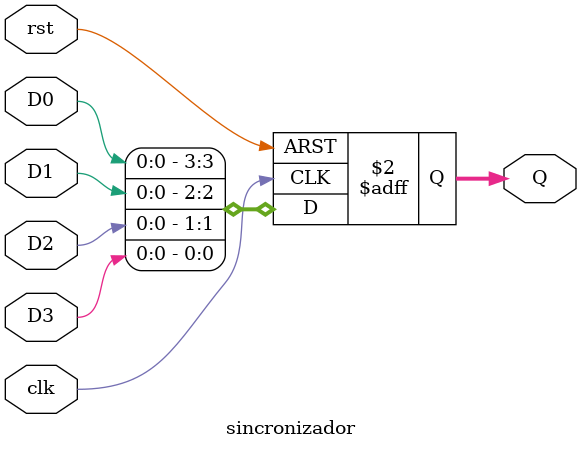
<source format=sv>
`timescale 1ms / 100us
module sincronizador (
  input  D0,//fila[0]
  input  D1,//fila[1]
  input  D2, //columna[0]
  input  D3, //columna[1]
  input  clk, 
  input  rst, 
  output logic [3:0]  Q
);
  always_ff @(posedge clk, posedge rst) begin
    if (rst) begin
      Q = 0;
    end else begin
      Q = {D0,D1,D2,D3};
    end
  end
endmodule

</source>
